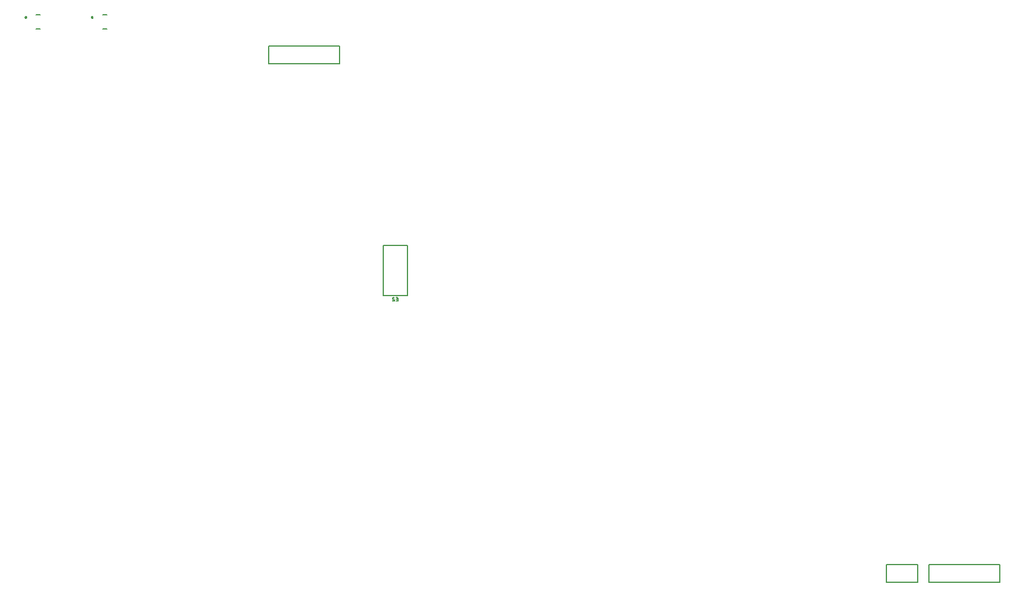
<source format=gbr>
G04 EAGLE Gerber RS-274X export*
G75*
%MOMM*%
%FSLAX34Y34*%
%LPD*%
%INSilkscreen Top*%
%IPPOS*%
%AMOC8*
5,1,8,0,0,1.08239X$1,22.5*%
G01*
%ADD10C,0.127000*%
%ADD11C,0.203200*%
%ADD12C,0.200000*%


D10*
X234950Y2012950D02*
X336550Y2012950D01*
X336550Y1987550D01*
X234950Y1987550D01*
X234950Y2012950D01*
X1181497Y1268809D02*
X1283097Y1268809D01*
X1283097Y1243409D01*
X1181497Y1243409D01*
X1181497Y1268809D01*
D11*
X1165500Y1268609D02*
X1165500Y1243609D01*
X1120500Y1243609D01*
X1120500Y1268609D01*
X1165500Y1268609D01*
X434219Y1654688D02*
X399219Y1654688D01*
X434219Y1654688D02*
X434219Y1726688D01*
X399219Y1726688D01*
X399219Y1654688D01*
D10*
X414335Y1647127D02*
X414400Y1647129D01*
X414464Y1647135D01*
X414528Y1647145D01*
X414592Y1647158D01*
X414654Y1647176D01*
X414715Y1647197D01*
X414775Y1647221D01*
X414833Y1647250D01*
X414890Y1647282D01*
X414944Y1647317D01*
X414996Y1647355D01*
X415046Y1647397D01*
X415093Y1647441D01*
X415137Y1647488D01*
X415179Y1647538D01*
X415217Y1647590D01*
X415252Y1647644D01*
X415284Y1647701D01*
X415313Y1647759D01*
X415337Y1647819D01*
X415358Y1647880D01*
X415376Y1647942D01*
X415389Y1648006D01*
X415399Y1648070D01*
X415405Y1648134D01*
X415407Y1648199D01*
X414335Y1647126D02*
X414241Y1647128D01*
X414147Y1647134D01*
X414053Y1647144D01*
X413960Y1647157D01*
X413868Y1647175D01*
X413776Y1647196D01*
X413685Y1647221D01*
X413595Y1647250D01*
X413507Y1647283D01*
X413420Y1647319D01*
X413335Y1647359D01*
X413251Y1647402D01*
X413170Y1647449D01*
X413090Y1647499D01*
X413012Y1647552D01*
X412937Y1647609D01*
X412864Y1647668D01*
X412794Y1647731D01*
X412726Y1647796D01*
X412861Y1650880D02*
X412863Y1650945D01*
X412869Y1651009D01*
X412879Y1651073D01*
X412892Y1651137D01*
X412910Y1651199D01*
X412931Y1651260D01*
X412955Y1651320D01*
X412984Y1651378D01*
X413016Y1651435D01*
X413051Y1651489D01*
X413089Y1651541D01*
X413131Y1651591D01*
X413175Y1651638D01*
X413222Y1651682D01*
X413272Y1651724D01*
X413324Y1651762D01*
X413378Y1651797D01*
X413435Y1651829D01*
X413493Y1651858D01*
X413553Y1651882D01*
X413614Y1651903D01*
X413676Y1651921D01*
X413740Y1651934D01*
X413804Y1651944D01*
X413868Y1651950D01*
X413933Y1651952D01*
X413933Y1651953D02*
X414019Y1651951D01*
X414105Y1651946D01*
X414191Y1651936D01*
X414276Y1651923D01*
X414361Y1651907D01*
X414445Y1651887D01*
X414528Y1651863D01*
X414610Y1651836D01*
X414690Y1651805D01*
X414770Y1651771D01*
X414847Y1651733D01*
X414923Y1651692D01*
X414997Y1651648D01*
X415069Y1651601D01*
X415140Y1651551D01*
X413397Y1649942D02*
X413344Y1649975D01*
X413293Y1650012D01*
X413244Y1650051D01*
X413197Y1650093D01*
X413153Y1650138D01*
X413112Y1650185D01*
X413073Y1650234D01*
X413037Y1650286D01*
X413004Y1650340D01*
X412975Y1650395D01*
X412949Y1650452D01*
X412926Y1650511D01*
X412906Y1650570D01*
X412890Y1650631D01*
X412877Y1650692D01*
X412868Y1650755D01*
X412863Y1650817D01*
X412861Y1650880D01*
X414871Y1649137D02*
X414924Y1649104D01*
X414975Y1649067D01*
X415024Y1649028D01*
X415071Y1648986D01*
X415115Y1648941D01*
X415156Y1648894D01*
X415195Y1648845D01*
X415231Y1648793D01*
X415264Y1648739D01*
X415293Y1648684D01*
X415319Y1648627D01*
X415342Y1648568D01*
X415362Y1648509D01*
X415378Y1648448D01*
X415391Y1648387D01*
X415400Y1648324D01*
X415405Y1648262D01*
X415407Y1648199D01*
X414871Y1649137D02*
X413397Y1649942D01*
X418030Y1647127D02*
X419370Y1647127D01*
X419370Y1647126D02*
X419441Y1647128D01*
X419513Y1647134D01*
X419583Y1647143D01*
X419653Y1647156D01*
X419723Y1647173D01*
X419791Y1647194D01*
X419858Y1647218D01*
X419924Y1647246D01*
X419988Y1647277D01*
X420051Y1647312D01*
X420111Y1647350D01*
X420170Y1647391D01*
X420226Y1647435D01*
X420280Y1647482D01*
X420331Y1647531D01*
X420379Y1647584D01*
X420425Y1647639D01*
X420467Y1647696D01*
X420507Y1647756D01*
X420543Y1647817D01*
X420576Y1647881D01*
X420605Y1647946D01*
X420631Y1648012D01*
X420654Y1648080D01*
X420673Y1648149D01*
X420688Y1648219D01*
X420699Y1648289D01*
X420707Y1648360D01*
X420711Y1648431D01*
X420711Y1648503D01*
X420707Y1648574D01*
X420699Y1648645D01*
X420688Y1648715D01*
X420673Y1648785D01*
X420654Y1648854D01*
X420631Y1648922D01*
X420605Y1648988D01*
X420576Y1649053D01*
X420543Y1649117D01*
X420507Y1649178D01*
X420467Y1649238D01*
X420425Y1649295D01*
X420379Y1649350D01*
X420331Y1649403D01*
X420280Y1649452D01*
X420226Y1649499D01*
X420170Y1649543D01*
X420111Y1649584D01*
X420051Y1649622D01*
X419988Y1649657D01*
X419924Y1649688D01*
X419858Y1649716D01*
X419791Y1649740D01*
X419723Y1649761D01*
X419653Y1649778D01*
X419583Y1649791D01*
X419513Y1649800D01*
X419441Y1649806D01*
X419370Y1649808D01*
X419639Y1651953D02*
X418030Y1651953D01*
X419639Y1651952D02*
X419704Y1651950D01*
X419768Y1651944D01*
X419832Y1651934D01*
X419896Y1651921D01*
X419958Y1651903D01*
X420019Y1651882D01*
X420079Y1651858D01*
X420137Y1651829D01*
X420194Y1651797D01*
X420248Y1651762D01*
X420300Y1651724D01*
X420350Y1651682D01*
X420397Y1651638D01*
X420441Y1651591D01*
X420483Y1651541D01*
X420521Y1651489D01*
X420556Y1651435D01*
X420588Y1651378D01*
X420617Y1651320D01*
X420641Y1651260D01*
X420662Y1651199D01*
X420680Y1651137D01*
X420693Y1651073D01*
X420703Y1651009D01*
X420709Y1650945D01*
X420711Y1650880D01*
X420709Y1650815D01*
X420703Y1650751D01*
X420693Y1650687D01*
X420680Y1650623D01*
X420662Y1650561D01*
X420641Y1650500D01*
X420617Y1650440D01*
X420588Y1650382D01*
X420556Y1650325D01*
X420521Y1650271D01*
X420483Y1650219D01*
X420441Y1650169D01*
X420397Y1650122D01*
X420350Y1650078D01*
X420300Y1650036D01*
X420248Y1649998D01*
X420194Y1649963D01*
X420137Y1649931D01*
X420079Y1649902D01*
X420019Y1649878D01*
X419958Y1649857D01*
X419896Y1649839D01*
X419832Y1649826D01*
X419768Y1649816D01*
X419704Y1649810D01*
X419639Y1649808D01*
X418566Y1649808D01*
X3000Y2057875D02*
X-3000Y2057875D01*
X-3000Y2037875D02*
X3000Y2037875D01*
D12*
X-18730Y2054175D02*
X-18728Y2054239D01*
X-18722Y2054303D01*
X-18712Y2054366D01*
X-18698Y2054429D01*
X-18681Y2054490D01*
X-18659Y2054551D01*
X-18634Y2054609D01*
X-18605Y2054667D01*
X-18573Y2054722D01*
X-18537Y2054775D01*
X-18498Y2054826D01*
X-18456Y2054874D01*
X-18411Y2054920D01*
X-18363Y2054963D01*
X-18313Y2055003D01*
X-18261Y2055039D01*
X-18206Y2055072D01*
X-18149Y2055102D01*
X-18090Y2055128D01*
X-18030Y2055151D01*
X-17969Y2055169D01*
X-17907Y2055184D01*
X-17844Y2055195D01*
X-17780Y2055202D01*
X-17716Y2055205D01*
X-17652Y2055204D01*
X-17588Y2055199D01*
X-17525Y2055190D01*
X-17462Y2055177D01*
X-17400Y2055160D01*
X-17339Y2055140D01*
X-17280Y2055116D01*
X-17222Y2055088D01*
X-17167Y2055056D01*
X-17113Y2055021D01*
X-17061Y2054983D01*
X-17012Y2054942D01*
X-16966Y2054898D01*
X-16923Y2054851D01*
X-16882Y2054801D01*
X-16845Y2054749D01*
X-16811Y2054695D01*
X-16780Y2054638D01*
X-16753Y2054580D01*
X-16730Y2054521D01*
X-16710Y2054460D01*
X-16694Y2054397D01*
X-16682Y2054335D01*
X-16674Y2054271D01*
X-16670Y2054207D01*
X-16670Y2054143D01*
X-16674Y2054079D01*
X-16682Y2054015D01*
X-16694Y2053953D01*
X-16710Y2053890D01*
X-16730Y2053829D01*
X-16753Y2053770D01*
X-16780Y2053712D01*
X-16811Y2053655D01*
X-16845Y2053601D01*
X-16882Y2053549D01*
X-16923Y2053499D01*
X-16966Y2053452D01*
X-17012Y2053408D01*
X-17061Y2053367D01*
X-17113Y2053329D01*
X-17167Y2053294D01*
X-17222Y2053262D01*
X-17280Y2053234D01*
X-17339Y2053210D01*
X-17400Y2053190D01*
X-17462Y2053173D01*
X-17525Y2053160D01*
X-17588Y2053151D01*
X-17652Y2053146D01*
X-17716Y2053145D01*
X-17780Y2053148D01*
X-17844Y2053155D01*
X-17907Y2053166D01*
X-17969Y2053181D01*
X-18030Y2053199D01*
X-18090Y2053222D01*
X-18149Y2053248D01*
X-18206Y2053278D01*
X-18261Y2053311D01*
X-18313Y2053347D01*
X-18363Y2053387D01*
X-18411Y2053430D01*
X-18456Y2053476D01*
X-18498Y2053524D01*
X-18537Y2053575D01*
X-18573Y2053628D01*
X-18605Y2053683D01*
X-18634Y2053741D01*
X-18659Y2053799D01*
X-18681Y2053860D01*
X-18698Y2053921D01*
X-18712Y2053984D01*
X-18722Y2054047D01*
X-18728Y2054111D01*
X-18730Y2054175D01*
D10*
X-92250Y2057875D02*
X-98250Y2057875D01*
X-98250Y2037875D02*
X-92250Y2037875D01*
D12*
X-113980Y2054175D02*
X-113978Y2054239D01*
X-113972Y2054303D01*
X-113962Y2054366D01*
X-113948Y2054429D01*
X-113931Y2054490D01*
X-113909Y2054551D01*
X-113884Y2054609D01*
X-113855Y2054667D01*
X-113823Y2054722D01*
X-113787Y2054775D01*
X-113748Y2054826D01*
X-113706Y2054874D01*
X-113661Y2054920D01*
X-113613Y2054963D01*
X-113563Y2055003D01*
X-113511Y2055039D01*
X-113456Y2055072D01*
X-113399Y2055102D01*
X-113340Y2055128D01*
X-113280Y2055151D01*
X-113219Y2055169D01*
X-113157Y2055184D01*
X-113094Y2055195D01*
X-113030Y2055202D01*
X-112966Y2055205D01*
X-112902Y2055204D01*
X-112838Y2055199D01*
X-112775Y2055190D01*
X-112712Y2055177D01*
X-112650Y2055160D01*
X-112589Y2055140D01*
X-112530Y2055116D01*
X-112472Y2055088D01*
X-112417Y2055056D01*
X-112363Y2055021D01*
X-112311Y2054983D01*
X-112262Y2054942D01*
X-112216Y2054898D01*
X-112173Y2054851D01*
X-112132Y2054801D01*
X-112095Y2054749D01*
X-112061Y2054695D01*
X-112030Y2054638D01*
X-112003Y2054580D01*
X-111980Y2054521D01*
X-111960Y2054460D01*
X-111944Y2054397D01*
X-111932Y2054335D01*
X-111924Y2054271D01*
X-111920Y2054207D01*
X-111920Y2054143D01*
X-111924Y2054079D01*
X-111932Y2054015D01*
X-111944Y2053953D01*
X-111960Y2053890D01*
X-111980Y2053829D01*
X-112003Y2053770D01*
X-112030Y2053712D01*
X-112061Y2053655D01*
X-112095Y2053601D01*
X-112132Y2053549D01*
X-112173Y2053499D01*
X-112216Y2053452D01*
X-112262Y2053408D01*
X-112311Y2053367D01*
X-112363Y2053329D01*
X-112417Y2053294D01*
X-112472Y2053262D01*
X-112530Y2053234D01*
X-112589Y2053210D01*
X-112650Y2053190D01*
X-112712Y2053173D01*
X-112775Y2053160D01*
X-112838Y2053151D01*
X-112902Y2053146D01*
X-112966Y2053145D01*
X-113030Y2053148D01*
X-113094Y2053155D01*
X-113157Y2053166D01*
X-113219Y2053181D01*
X-113280Y2053199D01*
X-113340Y2053222D01*
X-113399Y2053248D01*
X-113456Y2053278D01*
X-113511Y2053311D01*
X-113563Y2053347D01*
X-113613Y2053387D01*
X-113661Y2053430D01*
X-113706Y2053476D01*
X-113748Y2053524D01*
X-113787Y2053575D01*
X-113823Y2053628D01*
X-113855Y2053683D01*
X-113884Y2053741D01*
X-113909Y2053799D01*
X-113931Y2053860D01*
X-113948Y2053921D01*
X-113962Y2053984D01*
X-113972Y2054047D01*
X-113978Y2054111D01*
X-113980Y2054175D01*
M02*

</source>
